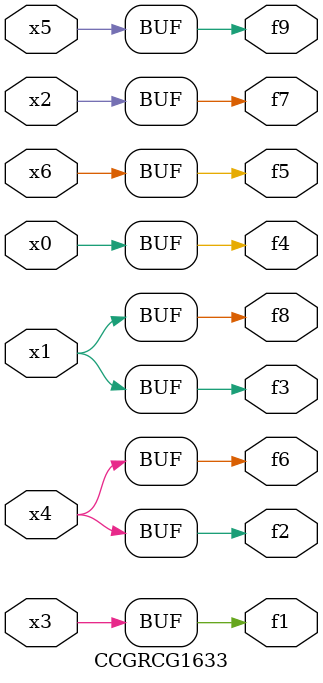
<source format=v>
module CCGRCG1633(
	input x0, x1, x2, x3, x4, x5, x6,
	output f1, f2, f3, f4, f5, f6, f7, f8, f9
);
	assign f1 = x3;
	assign f2 = x4;
	assign f3 = x1;
	assign f4 = x0;
	assign f5 = x6;
	assign f6 = x4;
	assign f7 = x2;
	assign f8 = x1;
	assign f9 = x5;
endmodule

</source>
